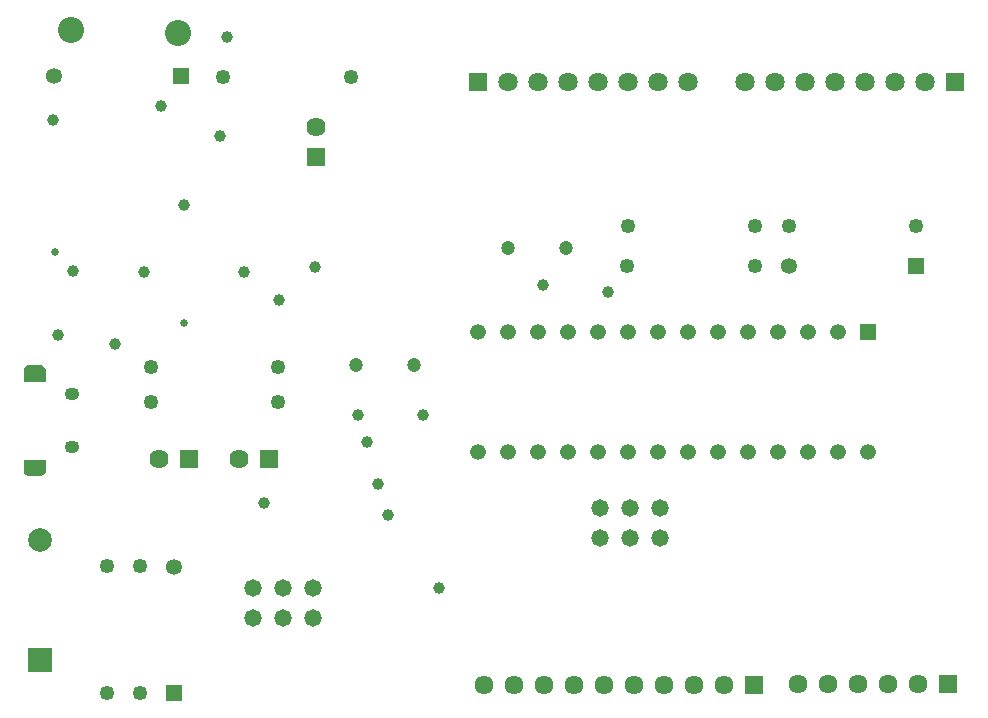
<source format=gbs>
G04*
G04 #@! TF.GenerationSoftware,Altium Limited,Altium Designer,24.10.1 (45)*
G04*
G04 Layer_Color=16711935*
%FSLAX44Y44*%
%MOMM*%
G71*
G04*
G04 #@! TF.SameCoordinates,5747CF6B-E7E8-4C91-AA59-05DF990D4A04*
G04*
G04*
G04 #@! TF.FilePolarity,Negative*
G04*
G01*
G75*
%ADD41C,1.2600*%
%ADD45C,1.6192*%
%ADD46R,1.6192X1.6192*%
%ADD47R,1.3532X1.3532*%
%ADD48C,1.3532*%
%ADD49C,1.2532*%
G04:AMPARAMS|DCode=50|XSize=1.05mm|YSize=1.25mm|CornerRadius=0.525mm|HoleSize=0mm|Usage=FLASHONLY|Rotation=270.000|XOffset=0mm|YOffset=0mm|HoleType=Round|Shape=RoundedRectangle|*
%AMROUNDEDRECTD50*
21,1,1.0500,0.2000,0,0,270.0*
21,1,0.0000,1.2500,0,0,270.0*
1,1,1.0500,-0.1000,0.0000*
1,1,1.0500,-0.1000,0.0000*
1,1,1.0500,0.1000,0.0000*
1,1,1.0500,0.1000,0.0000*
%
%ADD50ROUNDEDRECTD50*%
G04:AMPARAMS|DCode=51|XSize=0.825mm|YSize=1.5mm|CornerRadius=0.4125mm|HoleSize=0mm|Usage=FLASHONLY|Rotation=270.000|XOffset=0mm|YOffset=0mm|HoleType=Round|Shape=RoundedRectangle|*
%AMROUNDEDRECTD51*
21,1,0.8250,0.6750,0,0,270.0*
21,1,0.0000,1.5000,0,0,270.0*
1,1,0.8250,-0.3375,0.0000*
1,1,0.8250,-0.3375,0.0000*
1,1,0.8250,0.3375,0.0000*
1,1,0.8250,0.3375,0.0000*
%
%ADD51ROUNDEDRECTD51*%
%ADD52R,2.0032X2.0032*%
%ADD53C,2.0032*%
%ADD54R,1.3532X1.3532*%
%ADD55R,1.6192X1.6192*%
%ADD56C,1.2032*%
%ADD57R,1.3362X1.3362*%
%ADD58C,1.3362*%
%ADD59C,1.6112*%
%ADD60R,1.6112X1.6112*%
%ADD61C,1.6282*%
%ADD62R,1.6282X1.6282*%
%ADD63C,2.2032*%
%ADD64C,1.4732*%
%ADD65C,1.0032*%
%ADD66C,0.6532*%
G36*
X291000Y852500D02*
Y851505D01*
X290239Y849668D01*
X288832Y848261D01*
X286994Y847500D01*
X286000D01*
Y847500D01*
X277000Y847500D01*
X276005D01*
X274168Y848261D01*
X272761Y849668D01*
X272000Y851505D01*
Y852500D01*
Y861500D01*
X291000D01*
Y852500D01*
D02*
G37*
G36*
X286000Y941500D02*
X286994D01*
X288832Y940739D01*
X290239Y939332D01*
X291000Y937495D01*
Y936500D01*
Y927500D01*
X272000D01*
Y936500D01*
Y937495D01*
X272761Y939332D01*
X274168Y940739D01*
X276005Y941500D01*
X277000D01*
Y941500D01*
X286000Y941500D01*
D02*
G37*
D41*
X281500Y854500D02*
D03*
Y934500D02*
D03*
D45*
X519300Y1143000D02*
D03*
X386700Y862000D02*
D03*
X454200D02*
D03*
D46*
X519300Y1117600D02*
D03*
D47*
X405130Y1186550D02*
D03*
X1027400Y1025150D02*
D03*
D48*
X298130Y1186550D02*
D03*
X399300Y771100D02*
D03*
X920400Y1025150D02*
D03*
D49*
X487800Y940100D02*
D03*
X379800D02*
D03*
X487800Y910500D02*
D03*
X379800D02*
D03*
X342900Y663600D02*
D03*
Y771600D02*
D03*
X370775D02*
D03*
Y663600D02*
D03*
X783000Y1025800D02*
D03*
X891000D02*
D03*
X783700Y1059700D02*
D03*
X891700D02*
D03*
X919900D02*
D03*
X1027900D02*
D03*
X441100Y1185900D02*
D03*
X549100D02*
D03*
D50*
X312750Y916750D02*
D03*
Y872250D02*
D03*
D51*
X281500Y935375D02*
D03*
Y853625D02*
D03*
D52*
X285600Y691900D02*
D03*
D53*
Y793900D02*
D03*
D54*
X399300Y664100D02*
D03*
D55*
X412100Y862000D02*
D03*
X479600D02*
D03*
D56*
X602600Y941600D02*
D03*
X553800D02*
D03*
X731300Y1041200D02*
D03*
X682500D02*
D03*
D57*
X987400Y969500D02*
D03*
D58*
X962000D02*
D03*
X936600D02*
D03*
X911200D02*
D03*
X885800D02*
D03*
X860400D02*
D03*
X835000D02*
D03*
X809600D02*
D03*
X784200D02*
D03*
X758800D02*
D03*
X733400D02*
D03*
X708000D02*
D03*
X682600D02*
D03*
X657200D02*
D03*
Y867900D02*
D03*
X682600D02*
D03*
X708000D02*
D03*
X733400D02*
D03*
X758800D02*
D03*
X784200D02*
D03*
X809600D02*
D03*
X835000D02*
D03*
X860400D02*
D03*
X885800D02*
D03*
X911200D02*
D03*
X936600D02*
D03*
X962000D02*
D03*
X987400D02*
D03*
D59*
X661500Y670600D02*
D03*
X686900D02*
D03*
X712300D02*
D03*
X737700D02*
D03*
X763100D02*
D03*
X788500D02*
D03*
X813900D02*
D03*
X839300D02*
D03*
X864700D02*
D03*
X928140Y671710D02*
D03*
X953540D02*
D03*
X978940D02*
D03*
X1004340D02*
D03*
X1029740D02*
D03*
D60*
X890100Y670600D02*
D03*
X1055140Y671710D02*
D03*
D61*
X882640Y1181720D02*
D03*
X908040D02*
D03*
X933440D02*
D03*
X958840D02*
D03*
X984240D02*
D03*
X1009640D02*
D03*
X1035040D02*
D03*
X834805D02*
D03*
X809405D02*
D03*
X784005D02*
D03*
X758605D02*
D03*
X733205D02*
D03*
X707805D02*
D03*
X682405D02*
D03*
D62*
X1060440D02*
D03*
X657005D02*
D03*
D63*
X312420Y1225550D02*
D03*
X402590Y1223010D02*
D03*
D64*
X759700Y795200D02*
D03*
Y820600D02*
D03*
X785100Y795200D02*
D03*
Y820600D02*
D03*
X810500Y795200D02*
D03*
Y820600D02*
D03*
X466500Y727200D02*
D03*
Y752600D02*
D03*
X491900Y727200D02*
D03*
Y752600D02*
D03*
X517300Y727200D02*
D03*
Y752600D02*
D03*
D65*
X488300Y996500D02*
D03*
X518400Y1024400D02*
D03*
X458300Y1020200D02*
D03*
X374400Y1020800D02*
D03*
X475500Y825200D02*
D03*
X438100Y1135900D02*
D03*
X444500Y1219700D02*
D03*
X563200Y876600D02*
D03*
X313800Y1021000D02*
D03*
X766800Y1003600D02*
D03*
X712000Y1009700D02*
D03*
X623800Y752700D02*
D03*
X580500Y814300D02*
D03*
X571900Y840600D02*
D03*
X610300Y899600D02*
D03*
X554900Y899200D02*
D03*
X349200Y959500D02*
D03*
X301500Y966700D02*
D03*
X408100Y1077200D02*
D03*
X388600Y1160800D02*
D03*
X296750Y1148750D02*
D03*
D66*
X299000Y1037300D02*
D03*
X408050Y977450D02*
D03*
M02*

</source>
